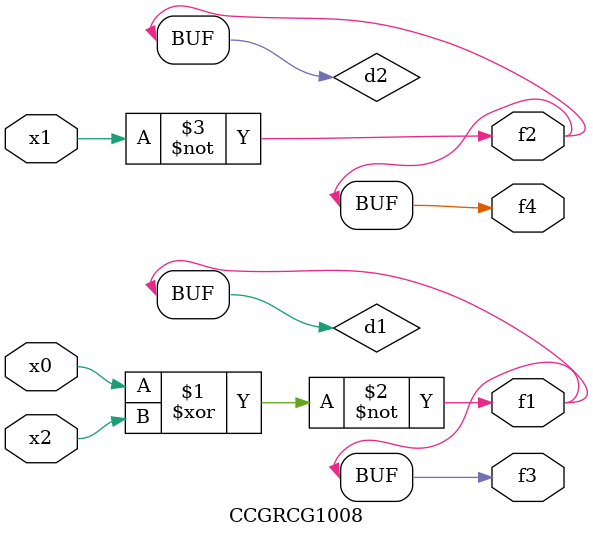
<source format=v>
module CCGRCG1008(
	input x0, x1, x2,
	output f1, f2, f3, f4
);

	wire d1, d2, d3;

	xnor (d1, x0, x2);
	nand (d2, x1);
	nor (d3, x1, x2);
	assign f1 = d1;
	assign f2 = d2;
	assign f3 = d1;
	assign f4 = d2;
endmodule

</source>
